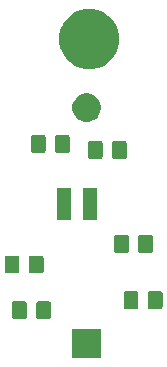
<source format=gbr>
G04 #@! TF.GenerationSoftware,KiCad,Pcbnew,(5.1.4)-1*
G04 #@! TF.CreationDate,2020-12-20T16:29:45-05:00*
G04 #@! TF.ProjectId,circuit,63697263-7569-4742-9e6b-696361645f70,1*
G04 #@! TF.SameCoordinates,Original*
G04 #@! TF.FileFunction,Soldermask,Top*
G04 #@! TF.FilePolarity,Negative*
%FSLAX46Y46*%
G04 Gerber Fmt 4.6, Leading zero omitted, Abs format (unit mm)*
G04 Created by KiCad (PCBNEW (5.1.4)-1) date 2020-12-20 16:29:45*
%MOMM*%
%LPD*%
G04 APERTURE LIST*
%ADD10C,0.100000*%
G04 APERTURE END LIST*
D10*
G36*
X101502900Y-159273300D02*
G01*
X99100900Y-159273300D01*
X99100900Y-156871300D01*
X101502900Y-156871300D01*
X101502900Y-159273300D01*
X101502900Y-159273300D01*
G37*
G36*
X97115754Y-154493185D02*
G01*
X97153447Y-154504619D01*
X97188183Y-154523186D01*
X97218628Y-154548172D01*
X97243614Y-154578617D01*
X97262181Y-154613353D01*
X97273615Y-154651046D01*
X97278080Y-154696381D01*
X97278080Y-155783059D01*
X97273615Y-155828394D01*
X97262181Y-155866087D01*
X97243614Y-155900823D01*
X97218628Y-155931268D01*
X97188183Y-155956254D01*
X97153447Y-155974821D01*
X97115754Y-155986255D01*
X97070419Y-155990720D01*
X96233741Y-155990720D01*
X96188406Y-155986255D01*
X96150713Y-155974821D01*
X96115977Y-155956254D01*
X96085532Y-155931268D01*
X96060546Y-155900823D01*
X96041979Y-155866087D01*
X96030545Y-155828394D01*
X96026080Y-155783059D01*
X96026080Y-154696381D01*
X96030545Y-154651046D01*
X96041979Y-154613353D01*
X96060546Y-154578617D01*
X96085532Y-154548172D01*
X96115977Y-154523186D01*
X96150713Y-154504619D01*
X96188406Y-154493185D01*
X96233741Y-154488720D01*
X97070419Y-154488720D01*
X97115754Y-154493185D01*
X97115754Y-154493185D01*
G37*
G36*
X95065754Y-154493185D02*
G01*
X95103447Y-154504619D01*
X95138183Y-154523186D01*
X95168628Y-154548172D01*
X95193614Y-154578617D01*
X95212181Y-154613353D01*
X95223615Y-154651046D01*
X95228080Y-154696381D01*
X95228080Y-155783059D01*
X95223615Y-155828394D01*
X95212181Y-155866087D01*
X95193614Y-155900823D01*
X95168628Y-155931268D01*
X95138183Y-155956254D01*
X95103447Y-155974821D01*
X95065754Y-155986255D01*
X95020419Y-155990720D01*
X94183741Y-155990720D01*
X94138406Y-155986255D01*
X94100713Y-155974821D01*
X94065977Y-155956254D01*
X94035532Y-155931268D01*
X94010546Y-155900823D01*
X93991979Y-155866087D01*
X93980545Y-155828394D01*
X93976080Y-155783059D01*
X93976080Y-154696381D01*
X93980545Y-154651046D01*
X93991979Y-154613353D01*
X94010546Y-154578617D01*
X94035532Y-154548172D01*
X94065977Y-154523186D01*
X94100713Y-154504619D01*
X94138406Y-154493185D01*
X94183741Y-154488720D01*
X95020419Y-154488720D01*
X95065754Y-154493185D01*
X95065754Y-154493185D01*
G37*
G36*
X106567094Y-153649905D02*
G01*
X106604787Y-153661339D01*
X106639523Y-153679906D01*
X106669968Y-153704892D01*
X106694954Y-153735337D01*
X106713521Y-153770073D01*
X106724955Y-153807766D01*
X106729420Y-153853101D01*
X106729420Y-154939779D01*
X106724955Y-154985114D01*
X106713521Y-155022807D01*
X106694954Y-155057543D01*
X106669968Y-155087988D01*
X106639523Y-155112974D01*
X106604787Y-155131541D01*
X106567094Y-155142975D01*
X106521759Y-155147440D01*
X105685081Y-155147440D01*
X105639746Y-155142975D01*
X105602053Y-155131541D01*
X105567317Y-155112974D01*
X105536872Y-155087988D01*
X105511886Y-155057543D01*
X105493319Y-155022807D01*
X105481885Y-154985114D01*
X105477420Y-154939779D01*
X105477420Y-153853101D01*
X105481885Y-153807766D01*
X105493319Y-153770073D01*
X105511886Y-153735337D01*
X105536872Y-153704892D01*
X105567317Y-153679906D01*
X105602053Y-153661339D01*
X105639746Y-153649905D01*
X105685081Y-153645440D01*
X106521759Y-153645440D01*
X106567094Y-153649905D01*
X106567094Y-153649905D01*
G37*
G36*
X104517094Y-153649905D02*
G01*
X104554787Y-153661339D01*
X104589523Y-153679906D01*
X104619968Y-153704892D01*
X104644954Y-153735337D01*
X104663521Y-153770073D01*
X104674955Y-153807766D01*
X104679420Y-153853101D01*
X104679420Y-154939779D01*
X104674955Y-154985114D01*
X104663521Y-155022807D01*
X104644954Y-155057543D01*
X104619968Y-155087988D01*
X104589523Y-155112974D01*
X104554787Y-155131541D01*
X104517094Y-155142975D01*
X104471759Y-155147440D01*
X103635081Y-155147440D01*
X103589746Y-155142975D01*
X103552053Y-155131541D01*
X103517317Y-155112974D01*
X103486872Y-155087988D01*
X103461886Y-155057543D01*
X103443319Y-155022807D01*
X103431885Y-154985114D01*
X103427420Y-154939779D01*
X103427420Y-153853101D01*
X103431885Y-153807766D01*
X103443319Y-153770073D01*
X103461886Y-153735337D01*
X103486872Y-153704892D01*
X103517317Y-153679906D01*
X103552053Y-153661339D01*
X103589746Y-153649905D01*
X103635081Y-153645440D01*
X104471759Y-153645440D01*
X104517094Y-153649905D01*
X104517094Y-153649905D01*
G37*
G36*
X96493454Y-150647625D02*
G01*
X96531147Y-150659059D01*
X96565883Y-150677626D01*
X96596328Y-150702612D01*
X96621314Y-150733057D01*
X96639881Y-150767793D01*
X96651315Y-150805486D01*
X96655780Y-150850821D01*
X96655780Y-151937499D01*
X96651315Y-151982834D01*
X96639881Y-152020527D01*
X96621314Y-152055263D01*
X96596328Y-152085708D01*
X96565883Y-152110694D01*
X96531147Y-152129261D01*
X96493454Y-152140695D01*
X96448119Y-152145160D01*
X95611441Y-152145160D01*
X95566106Y-152140695D01*
X95528413Y-152129261D01*
X95493677Y-152110694D01*
X95463232Y-152085708D01*
X95438246Y-152055263D01*
X95419679Y-152020527D01*
X95408245Y-151982834D01*
X95403780Y-151937499D01*
X95403780Y-150850821D01*
X95408245Y-150805486D01*
X95419679Y-150767793D01*
X95438246Y-150733057D01*
X95463232Y-150702612D01*
X95493677Y-150677626D01*
X95528413Y-150659059D01*
X95566106Y-150647625D01*
X95611441Y-150643160D01*
X96448119Y-150643160D01*
X96493454Y-150647625D01*
X96493454Y-150647625D01*
G37*
G36*
X94443454Y-150647625D02*
G01*
X94481147Y-150659059D01*
X94515883Y-150677626D01*
X94546328Y-150702612D01*
X94571314Y-150733057D01*
X94589881Y-150767793D01*
X94601315Y-150805486D01*
X94605780Y-150850821D01*
X94605780Y-151937499D01*
X94601315Y-151982834D01*
X94589881Y-152020527D01*
X94571314Y-152055263D01*
X94546328Y-152085708D01*
X94515883Y-152110694D01*
X94481147Y-152129261D01*
X94443454Y-152140695D01*
X94398119Y-152145160D01*
X93561441Y-152145160D01*
X93516106Y-152140695D01*
X93478413Y-152129261D01*
X93443677Y-152110694D01*
X93413232Y-152085708D01*
X93388246Y-152055263D01*
X93369679Y-152020527D01*
X93358245Y-151982834D01*
X93353780Y-151937499D01*
X93353780Y-150850821D01*
X93358245Y-150805486D01*
X93369679Y-150767793D01*
X93388246Y-150733057D01*
X93413232Y-150702612D01*
X93443677Y-150677626D01*
X93478413Y-150659059D01*
X93516106Y-150647625D01*
X93561441Y-150643160D01*
X94398119Y-150643160D01*
X94443454Y-150647625D01*
X94443454Y-150647625D01*
G37*
G36*
X105761914Y-148889945D02*
G01*
X105799607Y-148901379D01*
X105834343Y-148919946D01*
X105864788Y-148944932D01*
X105889774Y-148975377D01*
X105908341Y-149010113D01*
X105919775Y-149047806D01*
X105924240Y-149093141D01*
X105924240Y-150179819D01*
X105919775Y-150225154D01*
X105908341Y-150262847D01*
X105889774Y-150297583D01*
X105864788Y-150328028D01*
X105834343Y-150353014D01*
X105799607Y-150371581D01*
X105761914Y-150383015D01*
X105716579Y-150387480D01*
X104879901Y-150387480D01*
X104834566Y-150383015D01*
X104796873Y-150371581D01*
X104762137Y-150353014D01*
X104731692Y-150328028D01*
X104706706Y-150297583D01*
X104688139Y-150262847D01*
X104676705Y-150225154D01*
X104672240Y-150179819D01*
X104672240Y-149093141D01*
X104676705Y-149047806D01*
X104688139Y-149010113D01*
X104706706Y-148975377D01*
X104731692Y-148944932D01*
X104762137Y-148919946D01*
X104796873Y-148901379D01*
X104834566Y-148889945D01*
X104879901Y-148885480D01*
X105716579Y-148885480D01*
X105761914Y-148889945D01*
X105761914Y-148889945D01*
G37*
G36*
X103711914Y-148889945D02*
G01*
X103749607Y-148901379D01*
X103784343Y-148919946D01*
X103814788Y-148944932D01*
X103839774Y-148975377D01*
X103858341Y-149010113D01*
X103869775Y-149047806D01*
X103874240Y-149093141D01*
X103874240Y-150179819D01*
X103869775Y-150225154D01*
X103858341Y-150262847D01*
X103839774Y-150297583D01*
X103814788Y-150328028D01*
X103784343Y-150353014D01*
X103749607Y-150371581D01*
X103711914Y-150383015D01*
X103666579Y-150387480D01*
X102829901Y-150387480D01*
X102784566Y-150383015D01*
X102746873Y-150371581D01*
X102712137Y-150353014D01*
X102681692Y-150328028D01*
X102656706Y-150297583D01*
X102638139Y-150262847D01*
X102626705Y-150225154D01*
X102622240Y-150179819D01*
X102622240Y-149093141D01*
X102626705Y-149047806D01*
X102638139Y-149010113D01*
X102656706Y-148975377D01*
X102681692Y-148944932D01*
X102712137Y-148919946D01*
X102746873Y-148901379D01*
X102784566Y-148889945D01*
X102829901Y-148885480D01*
X103666579Y-148885480D01*
X103711914Y-148889945D01*
X103711914Y-148889945D01*
G37*
G36*
X98990580Y-147586820D02*
G01*
X97828580Y-147586820D01*
X97828580Y-144934820D01*
X98990580Y-144934820D01*
X98990580Y-147586820D01*
X98990580Y-147586820D01*
G37*
G36*
X101190580Y-147586820D02*
G01*
X100028580Y-147586820D01*
X100028580Y-144934820D01*
X101190580Y-144934820D01*
X101190580Y-147586820D01*
X101190580Y-147586820D01*
G37*
G36*
X101488254Y-140942285D02*
G01*
X101525947Y-140953719D01*
X101560683Y-140972286D01*
X101591128Y-140997272D01*
X101616114Y-141027717D01*
X101634681Y-141062453D01*
X101646115Y-141100146D01*
X101650580Y-141145481D01*
X101650580Y-142232159D01*
X101646115Y-142277494D01*
X101634681Y-142315187D01*
X101616114Y-142349923D01*
X101591128Y-142380368D01*
X101560683Y-142405354D01*
X101525947Y-142423921D01*
X101488254Y-142435355D01*
X101442919Y-142439820D01*
X100606241Y-142439820D01*
X100560906Y-142435355D01*
X100523213Y-142423921D01*
X100488477Y-142405354D01*
X100458032Y-142380368D01*
X100433046Y-142349923D01*
X100414479Y-142315187D01*
X100403045Y-142277494D01*
X100398580Y-142232159D01*
X100398580Y-141145481D01*
X100403045Y-141100146D01*
X100414479Y-141062453D01*
X100433046Y-141027717D01*
X100458032Y-140997272D01*
X100488477Y-140972286D01*
X100523213Y-140953719D01*
X100560906Y-140942285D01*
X100606241Y-140937820D01*
X101442919Y-140937820D01*
X101488254Y-140942285D01*
X101488254Y-140942285D01*
G37*
G36*
X103538254Y-140942285D02*
G01*
X103575947Y-140953719D01*
X103610683Y-140972286D01*
X103641128Y-140997272D01*
X103666114Y-141027717D01*
X103684681Y-141062453D01*
X103696115Y-141100146D01*
X103700580Y-141145481D01*
X103700580Y-142232159D01*
X103696115Y-142277494D01*
X103684681Y-142315187D01*
X103666114Y-142349923D01*
X103641128Y-142380368D01*
X103610683Y-142405354D01*
X103575947Y-142423921D01*
X103538254Y-142435355D01*
X103492919Y-142439820D01*
X102656241Y-142439820D01*
X102610906Y-142435355D01*
X102573213Y-142423921D01*
X102538477Y-142405354D01*
X102508032Y-142380368D01*
X102483046Y-142349923D01*
X102464479Y-142315187D01*
X102453045Y-142277494D01*
X102448580Y-142232159D01*
X102448580Y-141145481D01*
X102453045Y-141100146D01*
X102464479Y-141062453D01*
X102483046Y-141027717D01*
X102508032Y-140997272D01*
X102538477Y-140972286D01*
X102573213Y-140953719D01*
X102610906Y-140942285D01*
X102656241Y-140937820D01*
X103492919Y-140937820D01*
X103538254Y-140942285D01*
X103538254Y-140942285D01*
G37*
G36*
X98712254Y-140434285D02*
G01*
X98749947Y-140445719D01*
X98784683Y-140464286D01*
X98815128Y-140489272D01*
X98840114Y-140519717D01*
X98858681Y-140554453D01*
X98870115Y-140592146D01*
X98874580Y-140637481D01*
X98874580Y-141724159D01*
X98870115Y-141769494D01*
X98858681Y-141807187D01*
X98840114Y-141841923D01*
X98815128Y-141872368D01*
X98784683Y-141897354D01*
X98749947Y-141915921D01*
X98712254Y-141927355D01*
X98666919Y-141931820D01*
X97830241Y-141931820D01*
X97784906Y-141927355D01*
X97747213Y-141915921D01*
X97712477Y-141897354D01*
X97682032Y-141872368D01*
X97657046Y-141841923D01*
X97638479Y-141807187D01*
X97627045Y-141769494D01*
X97622580Y-141724159D01*
X97622580Y-140637481D01*
X97627045Y-140592146D01*
X97638479Y-140554453D01*
X97657046Y-140519717D01*
X97682032Y-140489272D01*
X97712477Y-140464286D01*
X97747213Y-140445719D01*
X97784906Y-140434285D01*
X97830241Y-140429820D01*
X98666919Y-140429820D01*
X98712254Y-140434285D01*
X98712254Y-140434285D01*
G37*
G36*
X96662254Y-140434285D02*
G01*
X96699947Y-140445719D01*
X96734683Y-140464286D01*
X96765128Y-140489272D01*
X96790114Y-140519717D01*
X96808681Y-140554453D01*
X96820115Y-140592146D01*
X96824580Y-140637481D01*
X96824580Y-141724159D01*
X96820115Y-141769494D01*
X96808681Y-141807187D01*
X96790114Y-141841923D01*
X96765128Y-141872368D01*
X96734683Y-141897354D01*
X96699947Y-141915921D01*
X96662254Y-141927355D01*
X96616919Y-141931820D01*
X95780241Y-141931820D01*
X95734906Y-141927355D01*
X95697213Y-141915921D01*
X95662477Y-141897354D01*
X95632032Y-141872368D01*
X95607046Y-141841923D01*
X95588479Y-141807187D01*
X95577045Y-141769494D01*
X95572580Y-141724159D01*
X95572580Y-140637481D01*
X95577045Y-140592146D01*
X95588479Y-140554453D01*
X95607046Y-140519717D01*
X95632032Y-140489272D01*
X95662477Y-140464286D01*
X95697213Y-140445719D01*
X95734906Y-140434285D01*
X95780241Y-140429820D01*
X96616919Y-140429820D01*
X96662254Y-140434285D01*
X96662254Y-140434285D01*
G37*
G36*
X100642218Y-136947453D02*
G01*
X100860785Y-137037987D01*
X100860787Y-137037988D01*
X101057493Y-137169422D01*
X101224778Y-137336707D01*
X101356212Y-137533413D01*
X101356213Y-137533415D01*
X101446747Y-137751982D01*
X101492900Y-137984010D01*
X101492900Y-138220590D01*
X101446747Y-138452618D01*
X101356213Y-138671185D01*
X101356212Y-138671187D01*
X101224778Y-138867893D01*
X101057493Y-139035178D01*
X100860787Y-139166612D01*
X100860786Y-139166613D01*
X100860785Y-139166613D01*
X100642218Y-139257147D01*
X100410190Y-139303300D01*
X100173610Y-139303300D01*
X99941582Y-139257147D01*
X99723015Y-139166613D01*
X99723014Y-139166613D01*
X99723013Y-139166612D01*
X99526307Y-139035178D01*
X99359022Y-138867893D01*
X99227588Y-138671187D01*
X99227587Y-138671185D01*
X99137053Y-138452618D01*
X99090900Y-138220590D01*
X99090900Y-137984010D01*
X99137053Y-137751982D01*
X99227587Y-137533415D01*
X99227588Y-137533413D01*
X99359022Y-137336707D01*
X99526307Y-137169422D01*
X99723013Y-137037988D01*
X99723015Y-137037987D01*
X99941582Y-136947453D01*
X100173610Y-136901300D01*
X100410190Y-136901300D01*
X100642218Y-136947453D01*
X100642218Y-136947453D01*
G37*
G36*
X101269678Y-129837853D02*
G01*
X101733930Y-130030152D01*
X101733932Y-130030153D01*
X102151748Y-130309329D01*
X102507071Y-130664652D01*
X102642155Y-130866820D01*
X102786248Y-131082470D01*
X102978547Y-131546722D01*
X103076580Y-132039567D01*
X103076580Y-132542073D01*
X102978547Y-133034918D01*
X102856673Y-133329149D01*
X102786247Y-133499172D01*
X102507071Y-133916988D01*
X102151748Y-134272311D01*
X101733932Y-134551487D01*
X101733931Y-134551488D01*
X101733930Y-134551488D01*
X101269678Y-134743787D01*
X100776833Y-134841820D01*
X100274327Y-134841820D01*
X99781482Y-134743787D01*
X99317230Y-134551488D01*
X99317229Y-134551488D01*
X99317228Y-134551487D01*
X98899412Y-134272311D01*
X98544089Y-133916988D01*
X98264913Y-133499172D01*
X98194487Y-133329149D01*
X98072613Y-133034918D01*
X97974580Y-132542073D01*
X97974580Y-132039567D01*
X98072613Y-131546722D01*
X98264912Y-131082470D01*
X98409005Y-130866820D01*
X98544089Y-130664652D01*
X98899412Y-130309329D01*
X99317228Y-130030153D01*
X99317230Y-130030152D01*
X99781482Y-129837853D01*
X100274327Y-129739820D01*
X100776833Y-129739820D01*
X101269678Y-129837853D01*
X101269678Y-129837853D01*
G37*
M02*

</source>
